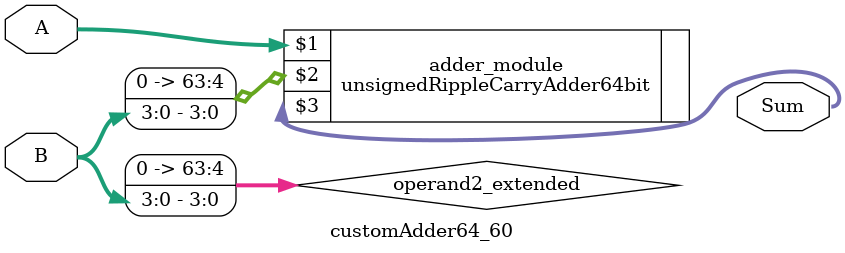
<source format=v>
module customAdder64_60(
                        input [63 : 0] A,
                        input [3 : 0] B,
                        
                        output [64 : 0] Sum
                );

        wire [63 : 0] operand2_extended;
        
        assign operand2_extended =  {60'b0, B};
        
        unsignedRippleCarryAdder64bit adder_module(
            A,
            operand2_extended,
            Sum
        );
        
        endmodule
        
</source>
